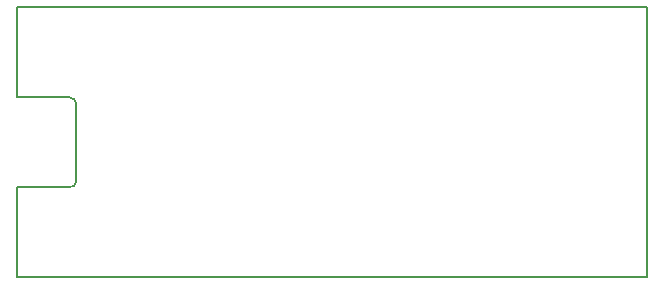
<source format=gbr>
G04 #@! TF.FileFunction,Profile,NP*
%FSLAX46Y46*%
G04 Gerber Fmt 4.6, Leading zero omitted, Abs format (unit mm)*
G04 Created by KiCad (PCBNEW 4.0.7-e2-6376~58~ubuntu16.04.1) date Sun Jan 21 16:13:29 2018*
%MOMM*%
%LPD*%
G01*
G04 APERTURE LIST*
%ADD10C,0.100000*%
%ADD11C,0.150000*%
G04 APERTURE END LIST*
D10*
D11*
X4414520Y7619200D02*
G75*
G03X5049520Y8127200I63500J571500D01*
G01*
X5049520Y14667700D02*
G75*
G03X4478020Y15239200I-571500J0D01*
G01*
X0Y7619200D02*
X4414520Y7619200D01*
X5049520Y8127200D02*
X5049520Y14667700D01*
X4478020Y15239200D02*
X0Y15239200D01*
X53340000Y-800D02*
X0Y-800D01*
X53340000Y22859200D02*
X53340000Y-800D01*
X0Y22859200D02*
X53340000Y22859200D01*
X0Y15239200D02*
X0Y22859200D01*
X0Y-800D02*
X0Y7619200D01*
M02*

</source>
